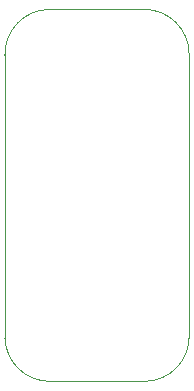
<source format=gko>
%TF.GenerationSoftware,KiCad,Pcbnew,4.0.5-e0-6337~49~ubuntu16.04.1*%
%TF.CreationDate,2017-01-18T14:25:02-08:00*%
%TF.ProjectId,2x4-Cap-Touch-Slider,3278342D4361702D546F7563682D536C,1.0*%
%TF.FileFunction,Profile,NP*%
%FSLAX46Y46*%
G04 Gerber Fmt 4.6, Leading zero omitted, Abs format (unit mm)*
G04 Created by KiCad (PCBNEW 4.0.5-e0-6337~49~ubuntu16.04.1) date Wed Jan 18 14:25:02 2017*
%MOMM*%
%LPD*%
G01*
G04 APERTURE LIST*
%ADD10C,0.350000*%
%ADD11C,0.040640*%
G04 APERTURE END LIST*
D10*
D11*
X136763600Y-105511600D02*
G75*
G03X140663420Y-109204968I3799820J106632D01*
G01*
X148563600Y-109211600D02*
G75*
G03X152363600Y-105099776I0J3811824D01*
G01*
X152364916Y-81511600D02*
G75*
G03X148463600Y-77711600I-3801316J0D01*
G01*
X140563600Y-77710284D02*
G75*
G03X136763600Y-81611600I0J-3801316D01*
G01*
X140563600Y-77711600D02*
X148563600Y-77711600D01*
X136763600Y-81511600D02*
X136763600Y-105511600D01*
X152363600Y-81511600D02*
X152363600Y-105511600D01*
X140563600Y-109211600D02*
X148563600Y-109211600D01*
M02*

</source>
